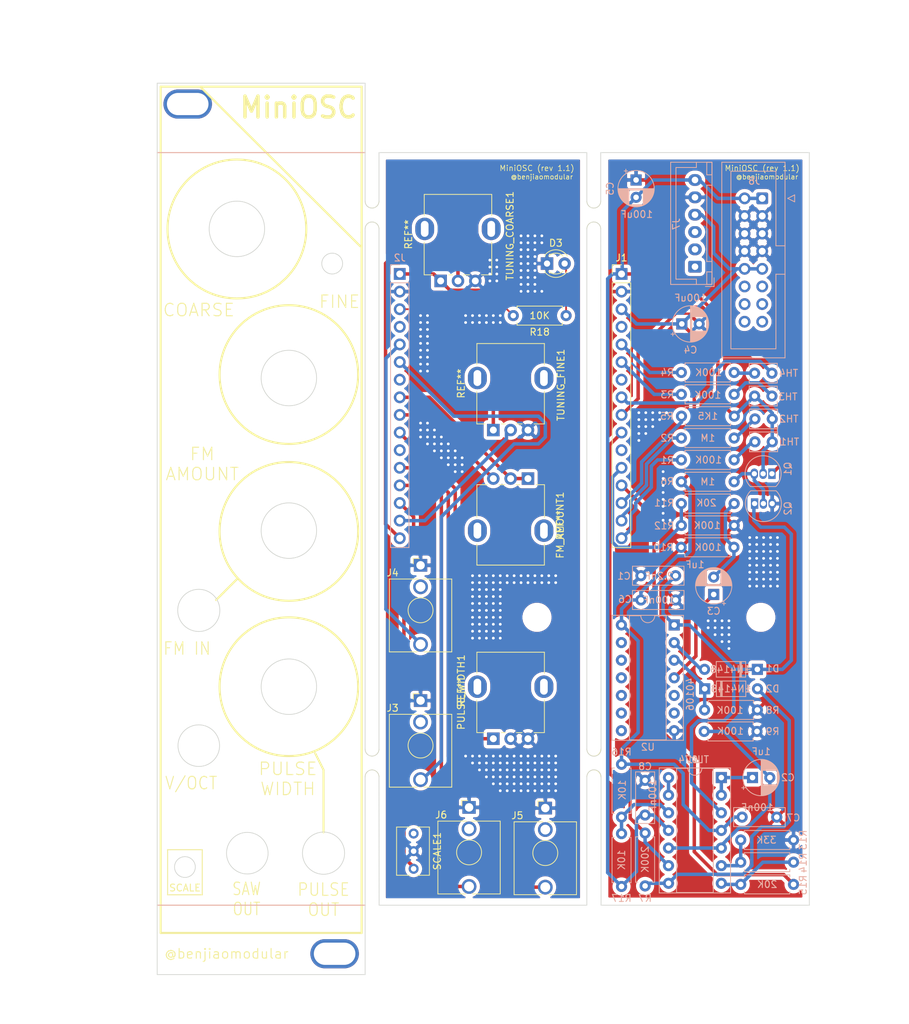
<source format=kicad_pcb>
(kicad_pcb (version 20211014) (generator pcbnew)
  (title_block (title "MiniOSC") (rev "v1.1"))
  (layers (0 "F.Cu" signal) (31 "B.Cu" signal) (34 "B.Paste" user) (35 "F.Paste" user) (36 "B.SilkS" user "B.Silkscreen") (37 "F.SilkS" user "F.Silkscreen") (38 "B.Mask" user) (39 "F.Mask" user) (44 "Edge.Cuts" user))
  (net 0 "")
  (net 1 "Earth")
  (net 2 "Net-(C1-Pad1)")
  (net 3 "Net-(C2-Pad2)")
  (net 4 "Net-(C2-Pad1)")
  (net 5 "Net-(C3-Pad1)")
  (net 6 "Net-(C3-Pad2)")
  (net 7 "+12V")
  (net 8 "-12V")
  (net 9 "Net-(D1-Pad2)")
  (net 10 "Net-(D2-Pad2)")
  (net 11 "Net-(D2-Pad1)")
  (net 12 "GND1")
  (net 13 "Net-(D3-Pad2)")
  (net 14 "/FrontPanel/FP_FM_AMT_P2")
  (net 15 "/FrontPanel/FP_FM_AMT_P3")
  (net 16 "Net-(J1-Pad16)")
  (net 17 "Net-(J1-Pad15)")
  (net 18 "SCALE")
  (net 19 "Net-(J1-Pad6)")
  (net 20 "Net-(J1-Pad5)")
  (net 21 "FP_12V_NEG")
  (net 22 "/FrontPanel/FP_12V_POS")
  (net 23 "/FrontPanel/FP_FM_IN")
  (net 24 "/FrontPanel/FP_V_OCT_IN")
  (net 25 "/FrontPanel/FP_SCALE")
  (net 26 "/FrontPanel/FP_FINE")
  (net 27 "/FrontPanel/FP_COARSE")
  (net 28 "PULSE_OUT")
  (net 29 "SAW_OUT")
  (net 30 "/FrontPanel/FP_PULSE_WIDTH")
  (net 31 "Net-(Q1-Pad3)")
  (net 32 "Net-(R1-Pad1)")
  (net 33 "Net-(R2-Pad1)")
  (net 34 "Net-(R3-Pad1)")
  (net 35 "Net-(R4-Pad1)")
  (net 36 "Net-(R13-Pad1)")
  (net 37 "Net-(R14-Pad2)")
  (net 38 "Net-(R16-Pad1)")
  (net 39 "Net-(U1-Pad13)")
  (net 40 "FM_AMT_P2")
  (net 41 "FM_AMT_P3")
  (net 42 "PULSE_WIDTH")
  (net 43 "/FrontPanel/FP_SAW_OUT")
  (net 44 "/FrontPanel/FP_PULSE_OUT")
  (net 45 "Net-(J8-Pad11)")
  (net 46 "Net-(J8-Pad13)")
  (net 47 "Net-(J8-Pad15)")
  (footprint "benjiaomodular:Potentiometer_RV09" (layer "F.Cu") (at 88.5 95 90)
    (fp_text reference "TUNING_FINE1")
    (fp_text value "100K")
  )
  (footprint "benjiaomodular:Potentiometer_RV09" (layer "F.Cu") (at 80.9 73.5 90)
    (fp_text reference "TUNING_COARSE1")
    (fp_text value "100K")
  )
  (footprint "Potentiometer_THT:Potentiometer_Bourns_3266Y_Vertical" (layer "F.Cu") (at 77 158.25 -90)
    (fp_text reference "SCALE1")
    (fp_text value "1K")
  )
  (footprint "Connector_Audio:Jack_3.5mm_QingPu_WQP-PJ398SM_Vertical_CircularHoles" (layer "F.Cu") (at 85 149.4)
    (fp_text reference "J6")
    (fp_text value "SAW_OUT")
  )
  (footprint "Connector_Audio:Jack_3.5mm_QingPu_WQP-PJ398SM_Vertical_CircularHoles" (layer "F.Cu") (at 96 149.5)
    (fp_text reference "J5")
    (fp_text value "PULSE_OUT")
  )
  (footprint "Connector_Audio:Jack_3.5mm_QingPu_WQP-PJ398SM_Vertical_CircularHoles" (layer "F.Cu") (at 78 114.5)
    (fp_text reference "J4")
    (fp_text value "FM_IN")
  )
  (footprint "Connector_Audio:Jack_3.5mm_QingPu_WQP-PJ398SM_Vertical_CircularHoles" (layer "F.Cu") (at 78 134)
    (fp_text reference "J3")
    (fp_text value "V_OCT_IN")
  )
  (footprint "benjiaomodular:Potentiometer_RV09" (layer "F.Cu") (at 93.5 102 -90)
    (fp_text reference "FM_AMOUNT1")
    (fp_text value "1M")
  )
  (footprint "benjiaomodular:Potentiometer_RV09" (layer "F.Cu") (at 88.5 139.5 90)
    (fp_text reference "PULSE_WIDTH1")
    (fp_text value "100K")
  )
  (footprint "LED_THT:LED_D3.0mm" (layer "F.Cu") (at 96.25 71)
    (fp_text reference "D3")
    (fp_text value "LED")
  )
  (footprint "Resistor_THT:R_Axial_DIN0207_L6.3mm_D2.5mm_P7.62mm_Horizontal" (layer "F.Cu") (at 99 78.5 180)
    (fp_text reference "R18")
    (fp_text value "10K")
  )
  (footprint "Connector_PinHeader_2.54mm:PinHeader_1x16_P2.54mm_Vertical" (layer "F.Cu") (at 107 72.5)
    (fp_text reference "J1")
    (fp_text value "Conn_01x16_Female")
  )
  (footprint "Panelization:mouse-bite-2mm-slot" (layer "F.Cu") (at 71 64 90)
    (fp_text reference "mouse-bite-2mm-slot" hide)
    (fp_text value "VAL**" hide)
  )
  (footprint "MountingHole:MountingHole_3.2mm_M3" (layer "F.Cu") (at 127.1 122)
    (fp_text reference "REF**" hide)
    (fp_text value "MountingHole_3.2mm_M3")
  )
  (footprint "MountingHole:MountingHole_3.2mm_M3" (layer "F.Cu") (at 94.8 122)
    (fp_text reference "REF**" hide)
    (fp_text value "MountingHole_3.2mm_M3")
  )
  (footprint "Panelization:mouse-bite-2mm-slot" (layer "F.Cu") (at 71 143 90)
    (fp_text reference "mouse-bite-2mm-slot" hide)
    (fp_text value "VAL**" hide)
  )
  (footprint "Panelization:mouse-bite-2mm-slot" (layer "F.Cu") (at 103 143 90)
    (fp_text reference "mouse-bite-2mm-slot" hide)
    (fp_text value "VAL**" hide)
  )
  (footprint "benjiaomodular:MountingHole_M3" (layer "F.Cu") (at 44.4 48)
    (fp_text reference "REF**")
    (fp_text value "MountingHole_M3")
  )
  (footprint "benjiaomodular:MountingHole_M3" (layer "F.Cu") (at 65.6 170.5)
    (fp_text reference "REF**")
    (fp_text value "MountingHole_M3")
  )
  (footprint "Panelization:mouse-bite-2mm-slot" (layer "F.Cu") (at 103 64 90)
    (fp_text reference "mouse-bite-2mm-slot" hide)
    (fp_text value "VAL**" hide)
  )
  (footprint "Capacitor_THT:C_Rect_L7.2mm_W2.5mm_P5.00mm_FKS2_FKP2_MKS2_MKP2" (layer "B.Cu") (at 124.4 150.8)
    (fp_text reference "C7")
    (fp_text value "100nF")
  )
  (footprint "Connector_PinSocket_2.54mm:PinSocket_1x16_P2.54mm_Vertical" (layer "B.Cu") (at 75 72.5 180)
    (fp_text reference "J2")
    (fp_text value "Conn_01x16_Male")
  )
  (footprint "Capacitor_THT:C_Rect_L7.2mm_W2.5mm_P5.00mm_FKS2_FKP2_MKS2_MKP2" (layer "B.Cu") (at 109.8 119.5)
    (fp_text reference "C6")
    (fp_text value "100nF")
  )
  (footprint "Resistor_THT:R_Axial_DIN0207_L6.3mm_D2.5mm_P7.62mm_Horizontal" (layer "B.Cu") (at 110.4 153.1 -90)
    (fp_text reference "R7")
    (fp_text value "200K")
  )
  (footprint "Capacitor_THT:C_Disc_D3.8mm_W2.6mm_P2.50mm" (layer "B.Cu") (at 128.7 86.8 180)
    (fp_text reference "TH4")
    (fp_text value "10K NTC")
  )
  (footprint "Connector_IDC:IDC-Header_2x08_P2.54mm_Vertical" (layer "B.Cu") (at 127.3 61.6 180)
    (fp_text reference "J8")
    (fp_text value "IDC_BUS")
  )
  (footprint "Resistor_THT:R_Axial_DIN0207_L6.3mm_D2.5mm_P7.62mm_Horizontal" (layer "B.Cu") (at 123.25 105.6 180)
    (fp_text reference "R11")
    (fp_text value "20K")
  )
  (footprint "Capacitor_THT:CP_Radial_D5.0mm_P2.50mm" (layer "B.Cu") (at 125.9 145.1)
    (fp_text reference "C2")
    (fp_text value "1uF")
  )
  (footprint "Resistor_THT:R_Axial_DIN0207_L6.3mm_D2.5mm_P7.62mm_Horizontal" (layer "B.Cu") (at 123.25 99.3 180)
    (fp_text reference "R1")
    (fp_text value "100K")
  )
  (footprint "Resistor_THT:R_Axial_DIN0207_L6.3mm_D2.5mm_P7.62mm_Horizontal" (layer "B.Cu") (at 124.2 157.3)
    (fp_text reference "R14")
    (fp_text value "100K")
  )
  (footprint "Capacitor_THT:C_Disc_D3.8mm_W2.6mm_P2.50mm" (layer "B.Cu") (at 126.2 90.1)
    (fp_text reference "TH3")
    (fp_text value "10K NTC")
  )
  (footprint "Connector_JST:JST_XH_B6B-XH-A_1x06_P2.50mm_Vertical" (layer "B.Cu") (at 117.6 71.45 90)
    (fp_text reference "J7")
    (fp_text value "JST_BUS")
  )
  (footprint "Resistor_THT:R_Axial_DIN0207_L6.3mm_D2.5mm_P7.62mm_Horizontal" (layer "B.Cu") (at 123.25 96.15 180)
    (fp_text reference "R2")
    (fp_text value "1M")
  )
  (footprint "Package_DIP:DIP-14_W7.62mm_Socket" (layer "B.Cu") (at 121.4 145.1 180)
    (fp_text reference "U1")
    (fp_text value "TL074")
  )
  (footprint "Capacitor_THT:C_Rect_L7.2mm_W2.5mm_P5.00mm_FKS2_FKP2_MKS2_MKP2" (layer "B.Cu") (at 114.8 116 180)
    (fp_text reference "C1")
    (fp_text value "2.2nF")
  )
  (footprint "Resistor_THT:R_Axial_DIN0207_L6.3mm_D2.5mm_P7.62mm_Horizontal" (layer "B.Cu") (at 126.6 135.35 180)
    (fp_text reference "R8")
    (fp_text value "100K")
  )
  (footprint "Resistor_THT:R_Axial_DIN0207_L6.3mm_D2.5mm_P7.62mm_Horizontal" (layer "B.Cu") (at 123.25 102.45 180)
    (fp_text reference "R6")
    (fp_text value "1M")
  )
  (footprint "Capacitor_THT:CP_Radial_D5.0mm_P2.50mm" (layer "B.Cu") (at 120.3 118.7 90)
    (fp_text reference "C3")
    (fp_text value "1uF")
  )
  (footprint "Package_DIP:DIP-14_W7.62mm_Socket" (layer "B.Cu") (at 114.6 123.1 180)
    (fp_text reference "U2")
    (fp_text value "40106")
  )
  (footprint "Resistor_THT:R_Axial_DIN0207_L6.3mm_D2.5mm_P7.62mm_Horizontal" (layer "B.Cu") (at 115.65 93)
    (fp_text reference "R5")
    (fp_text value "1K5")
  )
  (footprint "Resistor_THT:R_Axial_DIN0207_L6.3mm_D2.5mm_P7.62mm_Horizontal" (layer "B.Cu") (at 107 150.8 90)
    (fp_text reference "R16")
    (fp_text value "10K")
  )
  (footprint "Package_TO_SOT_THT:TO-92_Inline" (layer "B.Cu") (at 128.7 101.3 180)
    (fp_text reference "Q1")
    (fp_text value "BC558")
  )
  (footprint "Resistor_THT:R_Axial_DIN0207_L6.3mm_D2.5mm_P7.62mm_Horizontal" (layer "B.Cu") (at 123.25 89.85 180)
    (fp_text reference "R3")
    (fp_text value "100K")
  )
  (footprint "Resistor_THT:R_Axial_DIN0207_L6.3mm_D2.5mm_P7.62mm_Horizontal" (layer "B.Cu") (at 124.2 154.1)
    (fp_text reference "R13")
    (fp_text value "33K")
  )
  (footprint "Capacitor_THT:C_Disc_D3.8mm_W2.6mm_P2.50mm" (layer "B.Cu") (at 128.75 96.7 180)
    (fp_text reference "TH1")
    (fp_text value "10K NTC")
  )
  (footprint "Resistor_THT:R_Axial_DIN0207_L6.3mm_D2.5mm_P7.62mm_Horizontal" (layer "B.Cu") (at 123.25 86.7 180)
    (fp_text reference "R4")
    (fp_text value "100K")
  )
  (footprint "Capacitor_THT:C_Disc_D3.8mm_W2.6mm_P2.50mm" (layer "B.Cu") (at 128.75 93.4 180)
    (fp_text reference "TH2")
    (fp_text value "10K NTC")
  )
  (footprint "Package_TO_SOT_THT:TO-92_Inline" (layer "B.Cu") (at 126.2 105.6)
    (fp_text reference "Q2")
    (fp_text value "BC548")
  )
  (footprint "Capacitor_THT:CP_Radial_D5.0mm_P2.50mm" (layer "B.Cu") (at 115.7 79.7)
    (fp_text reference "C4")
    (fp_text value "100uF")
  )
  (footprint "Capacitor_THT:CP_Radial_D5.0mm_P2.50mm" (layer "B.Cu") (at 109.1 58.95 -90)
    (fp_text reference "C5")
    (fp_text value "100uF")
  )
  (footprint "Resistor_THT:R_Axial_DIN0207_L6.3mm_D2.5mm_P7.62mm_Horizontal" (layer "B.Cu") (at 115.6 111.9)
    (fp_text reference "R10")
    (fp_text value "100K")
  )
  (footprint "Resistor_THT:R_Axial_DIN0207_L6.3mm_D2.5mm_P7.62mm_Horizontal" (layer "B.Cu") (at 126.55 138.45 180)
    (fp_text reference "R9")
    (fp_text value "100K")
  )
  (footprint "Diode_THT:D_DO-35_SOD27_P7.62mm_Horizontal" (layer "B.Cu") (at 119 132.3)
    (fp_text reference "D2")
    (fp_text value "1N4148")
  )
  (footprint "Resistor_THT:R_Axial_DIN0207_L6.3mm_D2.5mm_P7.62mm_Horizontal" (layer "B.Cu") (at 123.25 108.75 180)
    (fp_text reference "R12")
    (fp_text value "100K")
  )
  (footprint "Capacitor_THT:C_Rect_L7.2mm_W2.5mm_P5.00mm_FKS2_FKP2_MKS2_MKP2" (layer "B.Cu") (at 110.4 145.5 -90)
    (fp_text reference "C8")
    (fp_text value "100nF")
  )
  (footprint "Resistor_THT:R_Axial_DIN0207_L6.3mm_D2.5mm_P7.62mm_Horizontal" (layer "B.Cu") (at 107 160.8 90)
    (fp_text reference "R17")
    (fp_text value "10K")
  )
  (footprint "Resistor_THT:R_Axial_DIN0207_L6.3mm_D2.5mm_P7.62mm_Horizontal" (layer "B.Cu") (at 124.2 160.5)
    (fp_text reference "R15")
    (fp_text value "20K")
  )
  (footprint "Diode_THT:D_DO-35_SOD27_P7.62mm_Horizontal" (layer "B.Cu") (at 126.6 129.5 180)
    (fp_text reference "D1")
    (fp_text value "1N4148")
  )
  (gr_line (start 70 55) (end 40 55) (layer "B.SilkS") (width 0.15))
  (gr_line (start 40 163.5) (end 70 163.5) (layer "B.SilkS") (width 0.15))
  (gr_line (start 48.5 119.5) (end 51.5 116.5) (layer "F.SilkS") (width 0.3))
  (gr_line (start 69.5 167.5) (end 69.5 66.5) (layer "F.SilkS") (width 0.3))
  (gr_line (start 69.5 45.5) (end 69.5 66.5) (layer "F.SilkS") (width 0.3))
  (gr_line (start 40.5 167.5) (end 69.5 167.5) (layer "F.SilkS") (width 0.3))
  (gr_line (start 40.5 45.5) (end 40.5 167.5) (layer "F.SilkS") (width 0.3))
  (gr_line (start 64 153) (end 64 144) (layer "F.SilkS") (width 0.3))
  (gr_circle (center 59 132) (end 69 132) (layer "F.SilkS") (width 0.3) (fill none))
  (gr_line (start 46.3 45.6) (end 69.3 68.5) (layer "F.SilkS") (width 0.3))
  (gr_circle (center 51.5 66.012492) (end 61.512492 66.012492) (layer "F.SilkS") (width 0.3) (fill none))
  (gr_circle (center 59 87) (end 69 87) (layer "F.SilkS") (width 0.3) (fill none))
  (gr_line (start 46.5 162) (end 41.5 162) (layer "F.SilkS") (width 0.15))
  (gr_line (start 41.5 155.5) (end 46.5 155.5) (layer "F.SilkS") (width 0.15))
  (gr_line (start 40.5 45.5) (end 69.5 45.5) (layer "F.SilkS") (width 0.3))
  (gr_line (start 46.5 155.5) (end 46.5 162) (layer "F.SilkS") (width 0.15))
  (gr_line (start 41.5 162) (end 41.5 155.5) (layer "F.SilkS") (width 0.15))
  (gr_line (start 64 144) (end 62.8 141.6) (layer "F.SilkS") (width 0.3))
  (gr_circle (center 59 109.611874) (end 69 109.5) (layer "F.SilkS") (width 0.3) (fill none))
  (gr_line (start 104 62) (end 104 55) (layer "Edge.Cuts") (width 0.1))
  (gr_line (start 72 62) (end 72 55) (layer "Edge.Cuts") (width 0.1))
  (gr_line (start 70 173.5) (end 40 173.5) (layer "Edge.Cuts") (width 0.1))
  (gr_line (start 72.025 163.5) (end 72 144.95) (layer "Edge.Cuts") (width 0.1))
  (gr_line (start 71.999261 141.038431) (end 72 66) (layer "Edge.Cuts") (width 0.1))
  (gr_line (start 69.998751 145) (end 70 173.5) (layer "Edge.Cuts") (width 0.1))
  (gr_line (start 102 141) (end 102 66) (layer "Edge.Cuts") (width 0.1))
  (gr_line (start 134.1 55) (end 122.55 55) (layer "Edge.Cuts") (width 0.1))
  (gr_line (start 122.55 163.5) (end 134.1 163.5) (layer "Edge.Cuts") (width 0.1))
  (gr_line (start 102 163.5) (end 72.025 163.5) (layer "Edge.Cuts") (width 0.1))
  (gr_line (start 70 45) (end 70 62) (layer "Edge.Cuts") (width 0.1))
  (gr_circle (center 64 156) (end 67 156.5) (layer "Edge.Cuts") (width 0.1) (fill none))
  (gr_arc (start 104.05 141) (mid 103.025 142.025) (end 102 141) (layer "Edge.Cuts") (width 0.1))
  (gr_line (start 40 45) (end 40 173.5) (layer "Edge.Cuts") (width 0.1))
  (gr_line (start 104 66) (end 104.05 141) (layer "Edge.Cuts") (width 0.1))
  (gr_line (start 72 55) (end 102 55) (layer "Edge.Cuts") (width 0.1))
  (gr_circle (center 59 87.5) (end 63 87.5) (layer "Edge.Cuts") (width 0.1) (fill none))
  (gr_circle (center 51.5 66) (end 55.5 66) (layer "Edge.Cuts") (width 0.1) (fill none))
  (gr_arc (start 102 66) (mid 103 65) (end 104 66) (layer "Edge.Cuts") (width 0.1))
  (gr_circle (center 46 140.5) (end 49 140.5) (layer "Edge.Cuts") (width 0.1) (fill none))
  (gr_circle (center 59 132) (end 63 132) (layer "Edge.Cuts") (width 0.1) (fill none))
  (gr_circle (center 44 158) (end 45.5 158) (layer "Edge.Cuts") (width 0.1) (fill none))
  (gr_line (start 40 45) (end 70 45) (layer "Edge.Cuts") (width 0.1))
  (gr_arc (start 69.998751 145) (mid 70.974992 143.999063) (end 72 144.95) (layer "Edge.Cuts") (width 0.1))
  (gr_line (start 104 55) (end 122.55 55) (layer "Edge.Cuts") (width 0.1))
  (gr_arc (start 72 62) (mid 71 63) (end 70 62) (layer "Edge.Cuts") (width 0.1))
  (gr_arc (start 71.999261 141.038431) (mid 70.980781 141.999815) (end 70 141) (layer "Edge.Cuts") (width 0.1))
  (gr_line (start 102 144.979905) (end 102 163.5) (layer "Edge.Cuts") (width 0.1))
  (gr_circle (center 59 109.5) (end 63 109.5) (layer "Edge.Cuts") (width 0.1) (fill none))
  (gr_line (start 104.05 163.5) (end 104.049803 145) (layer "Edge.Cuts") (width 0.1))
  (gr_arc (start 102 144.979905) (mid 103.034851 143.975049) (end 104.049803 145) (layer "Edge.Cuts") (width 0.1))
  (gr_line (start 122.55 163.5) (end 104.05 163.5) (layer "Edge.Cuts") (width 0.1))
  (gr_circle (center 65.25 71) (end 66.75 71) (layer "Edge.Cuts") (width 0.1) (fill none))
  (gr_line (start 70 66) (end 70 141) (layer "Edge.Cuts") (width 0.1))
  (gr_line (start 102 55) (end 102 62) (layer "Edge.Cuts") (width 0.1))
  (gr_arc (start 104 62) (mid 103 63) (end 102 62) (layer "Edge.Cuts") (width 0.1))
  (gr_circle (center 46 121) (end 49 121.5) (layer "Edge.Cuts") (width 0.1) (fill none))
  (gr_arc (start 70 66) (mid 71 65) (end 72 66) (layer "Edge.Cuts") (width 0.1))
  (gr_line (start 134.1 55) (end 134.1 163.5) (layer "Edge.Cuts") (width 0.1))
  (gr_circle (center 53 156) (end 56 156) (layer "Edge.Cuts") (width 0.1) (fill none))
  (gr_text "MiniOSC (rev 1.1)" (at 100.25 57.25) (layer "F.SilkS") (effects (font (size 0.8 0.8) (thickness 0.1)) (justify right)))
  (gr_text "MiniOSC (rev 1.1)" (at 132.75 57.25) (layer "F.SilkS") (effects (font (size 0.8 0.8) (thickness 0.1)) (justify right)))
  (gr_text "@benjiaomodular" (at 95.5 58.5) (layer "F.SilkS") (effects (font (size 0.7 0.7) (thickness 0.1))))
  (gr_text "@benjiaomodular" (at 128 58.5) (layer "F.SilkS") (effects (font (size 0.7 0.7) (thickness 0.1))))
  (gr_text "@benjiaomodular" (at 50 170.5) (layer "F.SilkS") (effects (font (size 1.4 1.4))))
  (gr_text "V/OCT" (at 44.9 145.9) (layer "F.SilkS") (effects (font (size 1.8 1.6))))
  (gr_text "FM\nAMOUNT" (at 46.5 99.9) (layer "F.SilkS") (effects (font (size 1.8 1.8))))
  (gr_text "PULSE\nOUT" (at 64 162.7) (layer "F.SilkS") (effects (font (size 1.8 1.6))))
  (gr_text "FINE" (at 66.3 76.5) (layer "F.SilkS") (effects (font (size 1.8 1.8))))
  (gr_text "PULSE\nWIDTH" (at 58.856124 145.289888) (layer "F.SilkS") (effects (font (size 1.8 1.8))))
  (gr_text "MiniOSC" (at 60.4 48.5) (layer "F.SilkS") (effects (font (size 3 2.8) (thickness 0.5))))
  (gr_text "COARSE" (at 46 77.7) (layer "F.SilkS") (effects (font (size 1.8 1.8))))
  (gr_text "SAW\nOUT" (at 52.9 162.6) (layer "F.SilkS") (effects (font (size 1.8 1.4))))
  (gr_text "FM IN" (at 44.3 126.5) (layer "F.SilkS") (effects (font (size 1.8 1.6))))
  (gr_text "SCALE" (at 44 161) (layer "F.SilkS") (effects (font (size 1 1))))
  (via (at 112.5 93.5) (size 0.8) (drill 0.4) (layers "F.Cu" "B.Cu") (net 1))
  (via (at 129.5 113.5) (size 0.8) (drill 0.4) (layers "F.Cu" "B.Cu") (net 1))
  (via (at 110.5 94.5) (size 0.8) (drill 0.4) (layers "F.Cu" "B.Cu") (net 1))
  (via (at 128.5 111.5) (size 0.8) (drill 0.4) (layers "F.Cu" "B.Cu") (net 1))
  (via (at 126.5 114.5) (size 0.8) (drill 0.4) (layers "F.Cu" "B.Cu") (net 1))
  (via (at 126.5 116.5) (size 0.8) (drill 0.4) (layers "F.Cu" "B.Cu") (net 1))
  (via (at 113.5 92.5) (size 0.8) (drill 0.4) (layers "F.Cu" "B.Cu") (net 1))
  (via (at 129.5 111.5) (size 0.8) (drill 0.4) (layers "F.Cu" "B.Cu") (net 1))
  (via (at 111.5 92.5) (size 0.8) (drill 0.4) (layers "F.Cu" "B.Cu") (net 1))
  (via (at 120.5 122.5) (size 0.8) (drill 0.4) (layers "F.Cu" "B.Cu") (net 1))
  (via (at 126.5 113.5) (size 0.8) (drill 0.4) (layers "F.Cu" "B.Cu") (net 1))
  (via (at 126.5 110.5) (size 0.8) (drill 0.4) (layers "F.Cu" "B.Cu") (net 1))
  (via (at 112.5 92.5) (size 0.8) (drill 0.4) (layers "F.Cu" "B.Cu") (net 1))
  (via (at 109.5 95.5) (size 0.8) (drill 0.4) (layers "F.Cu" "B.Cu") (net 1))
  (via (at 122.5 124.5) (size 0.8) (drill 0.4) (layers "F.Cu" "B.Cu") (net 1))
  (via (at 113 104) (size 0.8) (drill 0.4) (layers "F.Cu" "B.Cu") (net 1))
  (via (at 127.5 111.5) (size 0.8) (drill 0.4) (layers "F.Cu" "B.Cu") (net 1))
  (via (at 127.5 117.5) (size 0.8) (drill 0.4) (layers "F.Cu" "B.Cu") (net 1))
  (via (at 129.5 115.5) (size 0.8) (drill 0.4) (layers "F.Cu" "B.Cu") (net 1))
  (via (at 110.5 93.5) (size 0.8) (drill 0.4) (layers "F.Cu" "B.Cu") (net 1))
  (via (at 125.5 115.5) (size 0.8) (drill 0.4) (layers "F.Cu" "B.Cu") (net 1))
  (via (at 129.5 112.5) (size 0.8) (drill 0.4) (layers "F.Cu" "B.Cu") (net 1))
  (via (at 128.5 116.5) (size 0.8) (drill 0.4) (layers "F.Cu" "B.Cu") (net 1))
  (via (at 125.5 116.5) (size 0.8) (drill 0.4) (layers "F.Cu" "B.Cu") (net 1))
  (via (at 127.5 115.5) (size 0.8) (drill 0.4) (layers "F.Cu" "B.Cu") (net 1))
  (via (at 120.5 124.5) (size 0.8) (drill 0.4) (layers "F.Cu" "B.Cu") (net 1))
  (via (at 125.5 110.5) (size 0.8) (drill 0.4) (layers "F.Cu" "B.Cu") (net 1))
  (via (at 126.5 115.5) (size 0.8) (drill 0.4) (layers "F.Cu" "B.Cu") (net 1))
  (via (at 122.5 122.5) (size 0.8) (drill 0.4) (layers "F.Cu" "B.Cu") (net 1))
  (via (at 113 102) (size 0.8) (drill 0.4) (layers "F.Cu" "B.Cu") (net 1))
  (via (at 111.5 94.5) (size 0.8) (drill 0.4) (layers "F.Cu" "B.Cu") (net 1))
  (via (at 114 108) (size 0.8) (drill 0.4) (layers "F.Cu" "B.Cu") (net 1))
  (via (at 113 108) (size 0.8) (drill 0.4) (layers "F.Cu" "B.Cu") (net 1))
  (via (at 125.5 114.5) (size 0.8) (drill 0.4) (layers "F.Cu" "B.Cu") (net 1))
  (via (at 127.5 112.5) (size 0.8) (drill 0.4) (layers "F.Cu" "B.Cu") (net 1))
  (via (at 110.5 92.5) (size 0.8) (drill 0.4) (layers "F.Cu" "B.Cu") (net 1))
  (via (at 113 107) (size 0.8) (drill 0.4) (layers "F.Cu" "B.Cu") (net 1))
  (via (at 120.5 123.5) (size 0.8) (drill 0.4) (layers "F.Cu" "B.Cu") (net 1))
  (via (at 126.5 117.5) (size 0.8) (drill 0.4) (layers "F.Cu" "B.Cu") (net 1))
  (via (at 121.5 123.5) (size 0.8) (drill 0.4) (layers "F.Cu" "B.Cu") (net 1))
  (via (at 119.5 122.5) (size 0.8) (drill 0.4) (layers "F.Cu" "B.Cu") (net 1))
  (via (at 121.5 125.5) (size 0.8) (drill 0.4) (layers "F.Cu" "B.Cu") (net 1))
  (via (at 109.5 93.5) (size 0.8) (drill 0.4) (layers "F.Cu" "B.Cu") (net 1))
  (via (at 113 105) (size 0.8) (drill 0.4) (layers "F.Cu" "B.Cu") (net 1))
  (via (at 129.5 116.5) (size 0.8) (drill 0.4) (layers "F.Cu" "B.Cu") (net 1))
  (via (at 125.5 117.5) (size 0.8) (drill 0.4) (layers "F.Cu" "B.Cu") (net 1))
  (via (at 110.5 95.5) (size 0.8) (drill 0.4) (layers "F.Cu" "B.Cu") (net 1))
  (via (at 121.5 124.5) (size 0.8) (drill 0.4) (layers "F.Cu" "B.Cu") (net 1))
  (via (at 128.5 117.5) (size 0.8) (drill 0.4) (layers "F.Cu" "B.Cu") (net 1))
  (via (at 126.5 112.5) (size 0.8) (drill 0.4) (layers "F.Cu" "B.Cu") (net 1))
  (via (at 121.5 122.5) (size 0.8) (drill 0.4) (layers "F.Cu" "B.Cu") (net 1))
  (via (at 109.5 96.5) (size 0.8) (drill 0.4) (layers "F.Cu" "B.Cu") (net 1))
  (via (at 122.5 125.5) (size 0.8) (drill 0.4) (layers "F.Cu" "B.Cu") (net 1))
  (via (at 113 106) (size 0.8) (drill 0.4) (layers "F.Cu" "B.Cu") (net 1))
  (via (at 109.5 94.5) (size 0.8) (drill 0.4) (layers "F.Cu" "B.Cu") (net 1))
  (via (at 113 103) (size 0.8) (drill 0.4) (layers "F.Cu" "B.Cu") (net 1))
  (via (at 128.5 110.5) (size 0.8) (drill 0.4) (layers "F.Cu" "B.Cu") (net 1))
  (via (at 122.5 123.5) (size 0.8) (drill 0.4) (layers "F.Cu" "B.Cu") (net 1))
  (via (at 126.5 111.5) (size 0.8) (drill 0.4) (layers "F.Cu" "B.Cu") (net 1))
  (via (at 127.5 116.5) (size 0.8) (drill 0.4) (layers "F.Cu" "B.Cu") (net 1))
  (via (at 113 101) (size 0.8) (drill 0.4) (layers "F.Cu" "B.Cu") (net 1))
  (via (at 128.5 113.5) (size 0.8) (drill 0.4) (layers "F.Cu" "B.Cu") (net 1))
  (via (at 128.5 114.5) (size 0.8) (drill 0.4) (layers "F.Cu" "B.Cu") (net 1))
  (via (at 119.5 123.5) (size 0.8) (drill 0.4) (layers "F.Cu" "B.Cu") (net 1))
  (via (at 129.5 114.5) (size 0.8) (drill 0.4) (layers "F.Cu" "B.Cu") (net 1))
  (via (at 125.5 112.5) (size 0.8) (drill 0.4) (layers "F.Cu" "B.Cu") (net 1))
  (via (at 127.5 114.5) (size 0.8) (drill 0.4) (layers "F.Cu" "B.Cu") (net 1))
  (via (at 129.5 110.5) (size 0.8) (drill 0.4) (layers "F.Cu" "B.Cu") (net 1))
  (via (at 128.5 112.5) (size 0.8) (drill 0.4) (layers "F.Cu" "B.Cu") (net 1))
  (via (at 109.5 92.5) (size 0.8) (drill 0.4) (layers "F.Cu" "B.Cu") (net 1))
  (via (at 111.5 93.5) (size 0.8) (drill 0.4) (layers "F.Cu" "B.Cu") (net 1))
  (via (at 125.5 111.5) (size 0.8) (drill 0.4) (layers "F.Cu" "B.Cu") (net 1))
  (via (at 128.5 115.5) (size 0.8) (drill 0.4) (layers "F.Cu" "B.Cu") (net 1))
  (via (at 122.5 126.5) (size 0.8) (drill 0.4) (layers "F.Cu" "B.Cu") (net 1))
  (via (at 127.5 113.5) (size 0.8) (drill 0.4) (layers "F.Cu" "B.Cu") (net 1))
  (via (at 125.5 113.5) (size 0.8) (drill 0.4) (layers "F.Cu" "B.Cu") (net 1))
  (via (at 129.5 117.5) (size 0.8) (drill 0.4) (layers "F.Cu" "B.Cu") (net 1))
  (via (at 127.5 110.5) (size 0.8) (drill 0.4) (layers "F.Cu" "B.Cu") (net 1))
  (segment (start 118.1 136.9) (end 121.8 136.9) (width 0.5) (layer "B.Cu") (net 2))
  (segment (start 121.4 150.18) (end 117.1 145.88) (width 0.5) (layer "B.Cu") (net 2))
  (segment (start 114.8 116) (end 113 117.8) (width 0.5) (layer "B.Cu") (net 2))
  (segment (start 117.1 145.88) (end 117.1 137.9) (width 0.5) (layer "B.Cu") (net 2))
  (segment (start 131.5 128.2) (end 130.2 129.5) (width 0.5) (layer "B.Cu") (net 2))
  (segment (start 116.8 123.1) (end 114.6 123.1) (width 0.5) (layer "B.Cu") (net 2))
  (segment (start 126.1 105.7) (end 126.1 108) (width 0.5) (layer "B.Cu") (net 2))
  (segment (start 126.1 108) (end 127.1 109) (width 0.5) (layer "B.Cu") (net 2))
  (segment (start 113 117.8) (end 113 121.5) (width 0.5) (layer "B.Cu") (net 2))
  (segment (start 123.2 135.5) (end 123.2 129.5) (width 0.5) (layer "B.Cu") (net 2))
  (segment (start 130.5 109) (end 131.5 110) (width 0.5) (layer "B.Cu") (net 2))
  (segment (start 130.2 129.5) (end 126.6 129.5) (width 0.5) (layer "B.Cu") (net 2))
  (segment (start 126.6 129.5) (end 123.2 129.5) (width 0.5) (layer "B.Cu") (net 2))
  (segment (start 131.5 110) (end 131.5 128.2) (width 0.5) (layer "B.Cu") (net 2))
  (segment (start 117.1 137.9) (end 118.1 136.9) (width 0.5) (layer "B.Cu") (net 2))
  (segment (start 121.8 136.9) (end 123.2 135.5) (width 0.5) (layer "B.Cu") (net 2))
  (segment (start 127.1 109) (end 130.5 109) (width 0.5) (layer "B.Cu") (net 2))
  (segment (start 113 121.5) (end 114.6 123.1) (width 0.5) (layer "B.Cu") (net 2))
  (segment (start 123.2 129.5) (end 116.8 123.1) (width 0.5) (layer "B.Cu") (net 2))
  (segment (start 126.2 105.6) (end 126.1 105.7) (width 0.5) (layer "B.Cu") (net 2))
  (segment (start 128.4 149.1) (end 125.2 152.3) (width 0.5) (layer "B.Cu") (net 3))
  (segment (start 121.75 138.45) (end 118.93 138.45) (width 0.5) (layer "B.Cu") (net 3))
  (segment (start 124 152.3) (end 121.4 154.9) (width 0.5) (layer "B.Cu") (net 3))
  (segment (start 128.4 145.1) (end 128.4 149.1) (width 0.5) (layer "B.Cu") (net 3))
  (segment (start 128.4 145.1) (end 121.75 138.45) (width 0.5) (layer "B.Cu") (net 3))
  (segment (start 113.78 155.26) (end 121.4 155.26) (width 0.5) (layer "B.Cu") (net 3))
  (segment (start 125.2 152.3) (end 124 152.3) (width 0.5) (layer "B.Cu") (net 3))
  (segment (start 121.4 154.9) (end 121.4 155.26) (width 0.5) (layer "B.Cu") (net 3))
  (segment (start 121.4 145.1) (end 121.4 147.64) (width 0.5) (layer "B.Cu") (net 4))
  (segment (start 125.9 145.1) (end 121.4 145.1) (width 0.5) (layer "B.Cu") (net 4))
  (segment (start 117.729999 127.590001) (end 114.6 130.72) (width 0.5) (layer "F.Cu") (net 5))
  (segment (start 120.3 118.7) (end 117.729999 121.270001) (width 0.5) (layer "F.Cu") (net 5))
  (segment (start 114.68 130.72) (end 114.6 130.72) (width 0.5) (layer "F.Cu") (net 5))
  (segment (start 117.729999 121.270001) (end 117.729999 127.590001) (width 0.5) (layer "F.Cu") (net 5))
  (segment (start 121.999999 106.850001) (end 121.999999 110.679999) (width 0.5) (layer "B.Cu") (net 6))
  (segment (start 123.22 111.9) (end 123.22 113.28) (width 0.5) (layer "B.Cu") (net 6))
  (segment (start 123.22 113.28) (end 120.3 116.2) (width 0.5) (layer "B.Cu") (net 6))
  (segment (start 123.25 105.6) (end 121.999999 106.850001) (width 0.5) (layer "B.Cu") (net 6))
  (segment (start 121.999999 110.679999) (end 123.22 111.9) (width 0.5) (layer "B.Cu") (net 6))
  (segment (start 115.7 79.7) (end 117.5 81.5) (width 0.5) (layer "F.Cu") (net 7))
  (segment (start 117.5 100.58) (end 115.63 102.45) (width 0.5) (layer "F.Cu") (net 7))
  (segment (start 117.5 81.5) (end 117.5 100.58) (width 0.5) (layer "F.Cu") (net 7))
  (segment (start 116.880001 103.700001) (end 115.63 102.45) (width 0.5) (layer "B.Cu") (net 7))
  (segment (start 124.4 150.8) (end 123.32 150.8) (width 0.5) (layer "B.Cu") (net 7))
  (segment (start 119.62 152.72) (end 121.4 152.72) (width 0.5) (layer "B.Cu") (net 7))
  (segment (start 120.3 69.5) (end 122.56 71.76) (width 0.5) (layer "B.Cu") (net 7))
  (segment (start 109.8 119.5) (end 109.8 118.36863) (width 0.5) (layer "B.Cu") (net 7))
  (segment (start 114.58 143.18) (end 115.9 144.5) (width 0.5) (layer "B.Cu") (net 7))
  (segment (start 123.32 150.8) (end 121.4 152.72) (width 0.5) (layer "B.Cu") (net 7))
  (segment (start 109.8 119.5) (end 108.3 119.5) (width 0.5) (layer "B.Cu") (net 7))
  (segment (start 107.1 123.1) (end 106.98 123.1) (width 0.5) (layer "B.Cu") (net 7))
  (segment (start 116.880001 112.470001) (end 116.880001 103.700001) (width 0.5) (layer "B.Cu") (net 7))
  (segment (start 109.4 125.4) (end 107.1 123.1) (width 0.5) (layer "B.Cu") (net 7))
  (segment (start 123.64 71.76) (end 115.7 79.7) (width 0.5) (layer "B.Cu") (net 7))
  (segment (start 115.9 144.5) (end 115.9 149) (width 0.5) (layer "B.Cu") (net 7))
  (segment (start 109.8 118.36863) (end 115.018629 113.150001) (width 0.5) (layer "B.Cu") (net 7))
  (segment (start 118.55 63.95) (end 120.3 65.7) (width 0.5) (layer "B.Cu") (net 7))
  (segment (start 115.018629 113.150001) (end 116.200001 113.150001) (width 0.5) (layer "B.Cu") (net 7))
  (segment (start 117.6 63.95) (end 118.55 63.95) (width 0.5) (layer "B.Cu") (net 7))
  (segment (start 107 143.18) (end 107 141) (width 0.5) (layer "B.Cu") (net 7))
  (segment (start 122.56 71.76) (end 123.64 71.76) (width 0.5) (layer "B.Cu") (net 7))
  (segment (start 107 123.08) (end 106.98 123.1) (width 0.5) (layer "B.Cu") (net 7))
  (segment (start 108.3 119.5) (end 107 120.8) (width 0.5) (layer "B.Cu") (net 7))
  (segment (start 107 141) (end 109.4 138.6) (width 0.5) (layer "B.Cu") (net 7))
  (segment (start 115.7 79.7) (end 109.17 79.7) (width 0.5) (layer "B.Cu") (net 7))
  (segment (start 107 120.8) (end 107 123.08) (width 0.5) (layer "B.Cu") (net 7))
  (segment (start 127.3 71.76) (end 124.76 71.76) (width 0.5) (layer "B.Cu") (net 7))
  (segment (start 115.9 149) (end 119.62 152.72) (width 0.5) (layer "B.Cu") (net 7))
  (segment (start 107 143.18) (end 114.58 143.18) (width 0.5) (layer "B.Cu") (net 7))
  (segment (start 116.200001 113.150001) (end 116.880001 112.470001) (width 0.5) (layer "B.Cu") (net 7))
  (segment (start 120.3 65.7) (end 120.3 69.5) (width 0.5) (layer "B.Cu") (net 7))
  (segment (start 109.4 138.6) (end 109.4 125.4) (width 0.5) (layer "B.Cu") (net 7))
  (segment (start 109.17 79.7) (end 107.05 77.58) (width 0.5) (layer "B.Cu") (net 7))
  (segment (start 124.76 71.76) (end 123.64 71.76) (width 0.5) (layer "B.Cu") (net 7))
  (segment (start 130.2 85.8) (end 128.3 83.9) (width 0.5) (layer "F.Cu") (net 8))
  (segment (start 130.2 99.8) (end 130.2 85.8) (width 0.5) (layer "F.Cu") (net 8))
  (segment (start 128.7 101.3) (end 130.2 99.8) (width 0.5) (layer "F.Cu") (net 8))
  (segment (start 126.289962 83.9) (end 114.889962 72.5) (width 0.5) (layer "F.Cu") (net 8))
  (segment (start 128.3 83.9) (end 126.289962 83.9) (width 0.5) (layer "F.Cu") (net 8))
  (segment (start 114.889962 72.5) (end 107.05 72.5) (width 0.5) (layer "F.Cu") (net 8))
  (segment (start 105.7 72.5) (end 107.05 72.5) (width 0.5) (layer "B.Cu") (net 8))
  (segment (start 127.3 61.6) (end 124.76 61.6) (width 0.5) (layer "B.Cu") (net 8))
  (segment (start 110.4 150.5) (end 109.8 150.5) (width 0.5) (layer "B.Cu") (net 8))
  (segment (start 111.6 150.5) (end 110.4 150.5) (width 0.5) (layer "B.Cu") (net 8))
  (segment (start 107.1 72.45) (end 107.05 72.5) (width 0.5) (layer "B.Cu") (net 8))
  (segment (start 120.9 61.6) (end 118.25 58.95) (width 0.5) (layer "B.Cu") (net 8))
  (segment (start 107.1 63.45) (end 107.1 72.45) (width 0.5) (layer "B.Cu") (net 8))
  (segment (start 104.999989 73.200011) (end 105.7 72.5) (width 0.5) (layer "B.Cu") (net 8))
  (segment (start 118.25 58.95) (end 117.6 58.95) (width 0.5) (layer "B.Cu") (net 8))
  (segment (start 107 160.8) (end 104.999989 158.799989) (width 0.5) (layer "B.Cu") (net 8))
  (segment (start 104.999989 158.799989) (end 104.999989 73.200011) (width 0.5) (layer "B.Cu") (net 8))
  (segment (start 113.78 152.68) (end 111.6 150.5) (width 0.5) (layer "B.Cu") (net 8))
  (segment (start 109.1 61.45) (end 107.1 63.45) (width 0.5) (layer "B.Cu") (net 8))
  (segment (start 113.78 152.72) (end 113.78 152.68) (width 0.5) (layer "B.Cu") (net 8))
  (segment (start 109.149999 158.650001) (end 107 160.8) (width 0.5) (layer "B.Cu") (net 8))
  (segment (start 124.76 61.6) (end 120.9 61.6) (width 0.5) (layer "B.Cu") (net 8))
  (segment (start 117.6 58.95) (end 111.6 58.95) (width 0.5) (layer "B.Cu") (net 8))
  (segment (start 109.8 150.5) (end 109.149999 151.150001) (width 0.5) (layer "B.Cu") (net 8))
  (segment (start 109.149999 151.150001) (end 109.149999 158.650001) (width 0.5) (layer "B.Cu") (net 8))
  (segment (start 111.6 58.95) (end 109.1 61.45) (width 0.5) (layer "B.Cu") (net 8))
  (segment (start 118.46 129.5) (end 118.98 129.5) (width 0.5) (layer "B.Cu") (net 9))
  (segment (start 114.6 125.64) (end 118.46 129.5) (width 0.5) (layer "B.Cu") (net 9))
  (segment (start 131.2 151.4) (end 130.4 152.2) (width 0.5) (layer "B.Cu") (net 10))
  (segment (start 124.549999 159.050001) (end 115.069999 159.050001) (width 0.5) (layer "B.Cu") (net 10))
  (segment (start 125.8 153.6) (end 125.8 157.8) (width 0.5) (layer "B.Cu") (net 10))
  (segment (start 127.2 152.2) (end 125.8 153.6) (width 0.5) (layer "B.Cu") (net 10))
  (segment (start 113.78 160.34) (end 110.78 160.34) (width 0.5) (layer "B.Cu") (net 10))
  (segment (start 130.4 152.2) (end 127.2 152.2) (width 0.5) (layer "B.Cu") (net 10))
  (segment (start 115.069999 159.050001) (end 113.78 160.34) (width 0.5) (layer "B.Cu") (net 10))
  (segment (start 126.62 132.3) (end 131.2 136.88) (width 0.5) (layer "B.Cu") (net 10))
  (segment (start 110.78 160.34) (end 110.4 160.72) (width 0.5) (layer "B.Cu") (net 10))
  (segment (start 131.2 136.88) (end 131.2 151.4) (width 0.5) (layer "B.Cu") (net 10))
  (segment (start 125.8 157.8) (end 124.549999 159.050001) (width 0.5) (layer "B.Cu") (net 10))
  (segment (start 119 132.3) (end 119 132) (width 0.5) (layer "B.Cu") (net 11))
  (segment (start 115.18 128.18) (end 114.6 128.18) (width 0.5) (layer "B.Cu") (net 11))
  (segment (start 119 132.3) (end 119 135.33) (width 0.5) (layer "B.Cu") (net 11))
  (segment (start 119 135.33) (end 118.98 135.35) (width 0.5) (layer "B.Cu") (net 11))
  (segment (start 119 132) (end 115.18 128.18) (width 0.5) (layer "B.Cu") (net 11))
  (via (at 78 81.5) (size 0.8) (drill 0.4) (layers "F.Cu" "B.Cu") (net 12))
  (via (at 86.5 79.5) (size 0.8) (drill 0.4) (layers "F.Cu" "B.Cu") (net 12))
  (via (at 79 82.5) (size 0.8) (drill 0.4) (layers "F.Cu" "B.Cu") (net 12))
  (via (at 89.5 120) (size 0.8) (drill 0.4) (layers "F.Cu" "B.Cu") (net 12))
  (via (at 93.5 116) (size 0.8) (drill 0.4) (layers "F.Cu" "B.Cu") (net 12))
  (via (at 88.5 125) (size 0.8) (drill 0.4) (layers "F.Cu" "B.Cu") (net 12))
  (via (at 95.5 116) (size 0.8) (drill 0.4) (layers "F.Cu" "B.Cu") (net 12))
  (via (at 83 99) (size 0.8) (drill 0.4) (layers "F.Cu" "B.Cu") (net 12))
  (via (at 81 99) (size 0.8) (drill 0.4) (layers "F.Cu" "B.Cu") (net 12))
  (via (at 94.5 116) (size 0.8) (drill 0.4) (layers "F.Cu" "B.Cu") (net 12))
  (via (at 93.5 146) (size 0.8) (drill 0.4) (layers "F.Cu" "B.Cu") (net 12))
  (via (at 92.5 70) (size 0.8) (drill 0.4) (layers "F.Cu" "B.Cu") (net 12))
  (via (at 94.5 147) (size 0.8) (drill 0.4) (layers "F.Cu" "B.Cu") (net 12))
  (via (at 93.5 68) (size 0.8) (drill 0.4) (layers "F.Cu" "B.Cu") (net 12))
  (via (at 94.5 70) (size 0.8) (drill 0.4) (layers "F.Cu" "B.Cu") (net 12))
  (via (at 93.5 144) (size 0.8) (drill 0.4) (layers "F.Cu" "B.Cu") (net 12))
  (via (at 86.5 118) (size 0.8) (drill 0.4) (layers "F.Cu" "B.Cu") (net 12))
  (via (at 97.5 147) (size 0.8) (drill 0.4) (layers "F.Cu" "B.Cu") (net 12))
  (via (at 93.5 75) (size 0.8) (drill 0.4) (layers "F.Cu" "B.Cu") (net 12))
  (via (at 92.5 142) (size 0.8) (drill 0.4) (layers "F.Cu" "B.Cu") (net 12))
  (via (at 92.5 75) (size 0.8) (drill 0.4) (layers "F.Cu" "B.Cu") (net 12))
  (via (at 88.5 117) (size 0.8) (drill 0.4) (layers "F.Cu" "B.Cu") (net 12))
  (via (at 97.5 117) (size 0.8) (drill 0.4) (layers "F.Cu" "B.Cu") (net 12))
  (via (at 96.5 117) (size 0.8) (drill 0.4) (layers "F.Cu" "B.Cu") (net 12))
  (via (at 86.5 116) (size 0.8) (drill 0.4) (layers "F.Cu" "B.Cu") (net 12))
  (via (at 80 97) (size 0.8) (drill 0.4) (layers "F.Cu" "B.Cu") (net 12))
  (via (at 92.5 147) (size 0.8) (drill 0.4) (layers "F.Cu" "B.Cu") (net 12))
  (via (at 94.5 146) (size 0.8) (drill 0.4) (layers "F.Cu" "B.Cu") (net 12))
  (via (at 93.5 72) (size 0.8) (drill 0.4) (layers "F.Cu" "B.Cu") (net 12))
  (via (at 82 99) (size 0.8) (drill 0.4) (layers "F.Cu" "B.Cu") (net 12))
  (via (at 89.5 118) (size 0.8) (drill 0.4) (layers "F.Cu" "B.Cu") (net 12))
  (via (at 94.5 73) (size 0.8) (drill 0.4) (layers "F.Cu" "B.Cu") (net 12))
  (via (at 90.5 147) (size 0.8) (drill 0.4) (layers "F.Cu" "B.Cu") (net 12))
  (via (at 79 81.5) (size 0.8) (drill 0.4) (layers "F.Cu" "B.Cu") (net 12))
  (via (at 78 96) (size 0.8) (drill 0.4) (layers "F.Cu" "B.Cu") (net 12))
  (via (at 83 98) (size 0.8) (drill 0.4) (layers "F.Cu" "B.Cu") (net 12))
  (via (at 86.5 142) (size 0.8) (drill 0.4) (layers "F.Cu" "B.Cu") (net 12))
  (via (at 81 98) (size 0.8) (drill 0.4) (layers "F.Cu" "B.Cu") (net 12))
  (via (at 89.5 124) (size 0.8) (drill 0.4) (layers "F.Cu" "B.Cu") (net 12))
  (via (at 87.5 120) (size 0.8) (drill 0.4) (layers "F.Cu" "B.Cu") (net 12))
  (via (at 89.5 116) (size 0.8) (drill 0.4) (layers "F.Cu" "B.Cu") (net 12))
  (via (at 87.5 144) (size 0.8) (drill 0.4) (layers "F.Cu" "B.Cu") (net 12))
  (via (at 78 78.5) (size 0.8) (drill 0.4) (layers "F.Cu" "B.Cu") (net 12))
  (via (at 86.5 122) (size 0.8) (drill 0.4) (layers "F.Cu" "B.Cu") (net 12))
  (via (at 78 84.5) (size 0.8) (drill 0.4) (layers "F.Cu" "B.Cu") (net 12))
  (via (at 96.5 145) (size 0.8) (drill 0.4) (layers "F.Cu" "B.Cu") (net 12))
  (via (at 85.5 116) (size 0.8) (drill 0.4) (layers "F.Cu" "B.Cu") (net 12))
  (via (at 93.5 117) (size 0.8) (drill 0.4) (layers "F.Cu" "B.Cu") (net 12))
  (via (at 92.5 71) (size 0.8) (drill 0.4) (layers "F.Cu" "B.Cu") (net 12))
  (via (at 94.5 142) (size 0.8) (drill 0.4) (layers "F.Cu" "B.Cu") (net 12))
  (via (at 91.5 142) (size 0.8) (drill 0.4) (layers "F.Cu" "B.Cu") (net 12))
  (via (at 85.5 120) (size 0.8) (drill 0.4) (layers "F.Cu" "B.Cu") (net 12))
  (via (at 85.5 121) (size 0.8) (drill 0.4) (layers "F.Cu" "B.Cu") (net 12))
  (via (at 95.5 117) (size 0.8) (drill 0.4) (layers "F.Cu" "B.Cu") (net 12))
  (via (at 81 96) (size 0.8) (drill 0.4) (layers "F.Cu" "B.Cu") (net 12))
  (via (at 85.5 118) (size 0.8) (drill 0.4) (layers "F.Cu" "B.Cu") (net 12))
  (via (at 86.5 124) (size 0.8) (drill 0.4) (layers "F.Cu" "B.Cu") (net 12))
  (via (at 79 86.5) (size 0.8) (drill 0.4) (layers "F.Cu" "B.Cu") (net 12))
  (via (at 95.5 144) (size 0.8) (drill 0.4) (layers "F.Cu" "B.Cu") (net 12))
  (via (at 89 72.5) (size 0.8) (drill 0.4) (layers "F.Cu" "B.Cu") (net 12))
  (via (at 85.5 119) (size 0.8) (drill 0.4) (layers "F.Cu" "B.Cu") (net 12))
  (via (at 94.5 68) (size 0.8) (drill 0.4) (layers "F.Cu" "B.Cu") (net 12))
  (via (at 78 95) (size 0.8) (drill 0.4) (layers "F.Cu" "B.Cu") (net 12))
  (via (at 84 101) (size 0.8) (drill 0.4) (layers "F.Cu" "B.Cu") (net 12))
  (via (at 78 83.5) (size 0.8) (drill 0.4) (layers "F.Cu" "B.Cu") (net 12))
  (via (at 86.5 120) (size 0.8) (drill 0.4) (layers "F.Cu" "B.Cu") (net 12))
  (via (at 89.5 145) (size 0.8) (drill 0.4) (layers "F.Cu" "B.Cu") (net 12))
  (via (at 92.5 68) (size 0.8) (drill 0.4) (layers "F.Cu" "B.Cu") (net 12))
  (via (at 91.5 144) (size 0.8) (drill 0.4) (layers "F.Cu" "B.Cu") (net 12))
  (via (at 88.5 143) (size 0.8) (drill 0.4) (layers "F.Cu" "B.Cu") (net 12))
  (via (at 90.5 142) (size 0.8) (drill 0.4) (layers "F.Cu" "B.Cu") (net 12))
  (via (at 88.5 145) (size 0.8) (drill 0.4) (layers "F.Cu" "B.Cu") (net 12))
  (via (at 85.5 125) (size 0.8) (drill 0.4) (layers "F.Cu" "B.Cu") (net 12))
  (via (at 96.5 143) (size 0.8) (drill 0.4) (layers "F.Cu" "B.Cu") (net 12))
  (via (at 94.5 69) (size 0.8) (drill 0.4) (layers "F.Cu" "B.Cu") (net 12))
  (via (at 80 98) (size 0.8) (drill 0.4) (layers "F.Cu" "B.Cu") (net 12))
  (via (at 87.5 121) (size 0.8) (drill 0.4) (layers "F.Cu" "B.Cu") (net 12))
  (via (at 87.5 142) (size 0.8) (drill 0.4) (layers "F.Cu" "B.Cu") (net 12))
  (via (at 79 85.5) (size 0.8) (drill 0.4) (layers "F.Cu" "B.Cu") (net 12))
  (via (at 88 71.5) (size 0.8) (drill 0.4) (layers "F.Cu" "B.Cu") (net 12))
  (via (at 93.5 74) (size 0.8) (drill 0.4) (layers "F.Cu" "B.Cu") (net 12))
  (via (at 84 99) (size 0.8) (drill 0.4) (layers "F.Cu" "B.Cu") (net 12))
  (via (at 88.5 122) (size 0.8) (drill 0.4) (layers "F.Cu" "B.Cu") (net 12))
  (via (at 89.5 79.5) (size 0.8) (drill 0.4) (layers "F.Cu" "B.Cu") (net 12))
  (via (at 78 79.5) (size 0.8) (drill 0.4) (layers "F.Cu" "B.Cu") (net 12))
  (via (at 89 73.5) (size 0.8) (drill 0.4) (layers "F.Cu" "B.Cu") (net 12))
  (via (at 82 98) (size 0.8) (drill 0.4) (layers "F.Cu" "B.Cu") (net 12))
  (via (at 97.5 116) (size 0.8) (drill 0.4) (layers "F.Cu" "B.Cu") (net 12))
  (via (at 97.5 146) (size 0.8) (drill 0.4) (layers "F.Cu" "B.Cu") (net 12))
  (via (at 96.5 146) (size 0.8) (drill 0.4) (layers "F.Cu" "B.Cu") (net 12))
  (via (at 93.5 67) (size 0.8) (drill 0.4) (layers "F.Cu" "B.Cu") (net 12))
  (via (at 87.5 119) (size 0.8) (drill 0.4) (layers "F.Cu" "B.Cu") (net 12))
  (via (at 79 96) (size 0.8) (drill 0.4) (layers "F.Cu" "B.Cu") (net 12))
  (via (at 89.5 117) (size 0.8) (drill 0.4) (layers "F.Cu" "B.Cu") (net 12))
  (via (at 88.5 120) (size 0.8) (drill 0.4) (layers "F.Cu" "B.Cu") (net 12))
  (via (at 93.5 69) (size 0.8) (drill 0.4) (layers "F.Cu" "B.Cu") (net 12))
  (via (at 88.5 121) (size 0.8) (drill 0.4) (layers "F.Cu" "B.Cu") (net 12))
  (via (at 91.5 116) (size 0.8) (drill 0.4) (layers "F.Cu" "B.Cu") (net 12))
  (via (at 94.5 75) (size 0.8) (drill 0.4) (layers "F.Cu" "B.Cu") (net 12))
  (via (at 86.5 119) (size 0.8) (drill 0.4) (layers "F.Cu" "B.Cu") (net 12))
  (via (at 95.5 75) (size 0.8) (drill 0.4) (layers "F.Cu" "B.Cu") (net 12))
  (via (at 92.5 117) (size 0.8) (drill 0.4) (layers "F.Cu" "B.Cu") (net 12))
  (via (at 97.5 144) (size 0.8) (drill 0.4) (layers "F.Cu" "B.Cu") (net 12))
  (via (at 89.5 143) (size 0.8) (drill 0.4) (layers "F.Cu" "B.Cu") (net 12))
  (via (at 88.5 118) (size 0.8) (drill 0.4) (layers "F.Cu" "B.Cu") (net 12))
  (via (at 87.5 145) (size 0.8) (drill 0.4) (layers "F.Cu" "B.Cu") (net 12))
  (via (at 88.5 119) (size 0.8) (drill 0.4) (layers "F.Cu" "B.Cu") (net 12))
  (via (at 79 94) (size 0.8) (drill 0.4) (layers "F.Cu" "B.Cu") (net 12))
  (via (at 85.5 124) (size 0.8) (drill 0.4) (layers "F.Cu" "B.Cu") (net 12))
  (via (at 92.5 69) (size 0.8) (drill 0.4) (layers "F.Cu" "B.Cu") (net 12))
  (via (at 87.5 117) (size 0.8) (drill 0.4) (layers "F.Cu" "B.Cu") (net 12))
  (via (at 86.5 117) (size 0.8) (drill 0.4) (layers "F.Cu" "B.Cu") (net 12))
  (via (at 79 79.5) (size 0.8) (drill 0.4) (layers "F.Cu" "B.Cu") (net 12))
  (via (at 78 80.5) (size 0.8) (drill 0.4) (layers "F.Cu" "B.Cu") (net 12))
  (via (at 86.5 121) (size 0.8) (drill 0.4) (layers "F.Cu" "B.Cu") (net 12))
  (via (at 88.5 142) (size 0.8) (drill 0.4) (layers "F.Cu" "B.Cu") (net 12))
  (via (at 78 85.5) (size 0.8) (drill 0.4) (layers "F.Cu" "B.Cu") (net 12))
  (via (at 89.5 122) (size 0.8) (drill 0.4) (layers "F.Cu" "B.Cu") (net 12))
  (via (at 86.5 125) (size 0.8) (drill 0.4) (layers "F.Cu" "B.Cu") (net 12))
  (via (at 93.5 145) (size 0.8) (drill 0.4) (layers "F.Cu" "B.Cu") (net 12))
  (via (at 94.5 67) (size 0.8) (drill 0.4) (layers "F.Cu" "B.Cu") (net 12))
  (via (at 94.5 117) (size 0.8) (drill 0.4) (layers "F.Cu" "B.Cu") (net 12))
  (via (at 88.5 116) (size 0.8) (drill 0.4) (layers "F.Cu" "B.Cu") (net 12))
  (via (at 94.5 71) (size 0.8) (drill 0.4) (layers "F.Cu" "B.Cu") (net 12))
  (via (at 81 97) (size 0.8) (drill 0.4) (layers "F.Cu" "B.Cu") (net 12))
  (via (at 96.5 147) (size 0.8) (drill 0.4) (layers "F.Cu" "B.Cu") (net 12))
  (via (at 88.5 78.5) (size 0.8) (drill 0.4) (layers "F.Cu" "B.Cu") (net 12))
  (via (at 92.5 67) (size 0.8) (drill 0.4) (layers "F.Cu" "B.Cu") (net 12))
  (via (at 95.5 142) (size 0.8) (drill 0.4) (layers "F.Cu" "B.Cu") (net 12))
  (via (at 84.5 142) (size 0.8) (drill 0.4) (layers "F.Cu" "B.Cu") (net 12))
  (via (at 84.5 78.5) (size 0.8) (drill 0.4) (layers "F.Cu" "B.Cu") (net 12))
  (via (at 94.5 145) (size 0.8) (drill 0.4) (layers "F.Cu" "B.Cu") (net 12))
  (via (at 89.5 142) (size 0.8) (drill 0.4) (layers "F.Cu" "B.Cu") (net 12))
  (via (at 90.5 143) (size 0.8) (drill 0.4) (layers "F.Cu" "B.Cu") (net 12))
  (via (at 86.5 78.5) (size 0.8) (drill 0.4) (layers "F.Cu" "B.Cu") (net 12))
  (via (at 91.5 147) (size 0.8) (drill 0.4) (layers "F.Cu" "B.Cu") (net 12))
  (via (at 94.5 74) (size 0.8) (drill 0.4) (layers "F.Cu" "B.Cu") (net 12))
  (via (at 85.5 78.5) (size 0.8) (drill 0.4) (layers "F.Cu" "B.Cu") (net 12))
  (via (at 92.5 143) (size 0.8) (drill 0.4) (layers "F.Cu" "B.Cu") (net 12))
  (via (at 90.5 144) (size 0.8) (drill 0.4) (layers "F.Cu" "B.Cu") (net 12))
  (via (at 89.5 147) (size 0.8) (drill 0.4) (layers "F.Cu" "B.Cu") (net 12))
  (via (at 84 100) (size 0.8) (drill 0.4) (layers "F.Cu" "B.Cu") (net 12))
  (via (at 79 83.5) (size 0.8) (drill 0.4) (layers "F.Cu" "B.Cu") (net 12))
  (via (at 85.5 117) (size 0.8) (drill 0.4) (layers "F.Cu" "B.Cu") (net 12))
  (via (at 91.5 143) (size 0.8) (drill 0.4) (layers "F.Cu" "B.Cu") (net 12))
  (via (at 88.5 144) (size 0.8) (drill 0.4) (layers "F.Cu" "B.Cu") (net 12))
  (via (at 78 94) (size 0.8) (drill 0.4) (layers "F.Cu" "B.Cu") (net 12))
  (via (at 87.5 79.5) (size 0.8) (drill 0.4) (layers "F.Cu" "B.Cu") (net 12))
  (via (at 80 95) (size 0.8) (drill 0.4) (layers "F.Cu" "B.Cu") (net 12))
  (via (at 79 78.5) (size 0.8) (drill 0.4) (layers "F.Cu" "B.Cu") (net 12))
  (via (at 92.5 144) (size 0.8) (drill 0.4) (layers "F.Cu" "B.Cu") (net 12))
  (via (at 85.5 123) (size 0.8) (drill 0.4) (layers "F.Cu" "B.Cu") (net 12))
  (via (at 92.5 145) (size 0.8) (drill 0.4) (layers "F.Cu" "B.Cu") (net 12))
  (via (at 96.5 144) (size 0.8) (drill 0.4) (layers "F.Cu" "B.Cu") (net 12))
  (via (at 86.5 143) (size 0.8) (drill 0.4) (layers "F.Cu" "B.Cu") (net 12))
  (via (at 78 82.5) (size 0.8) (drill 0.4) (layers "F.Cu" "B.Cu") (net 12))
  (via (at 88 72.5) (size 0.8) (drill 0.4) (layers "F.Cu" "B.Cu") (net 12))
  (via (at 88.5 124) (size 0.8) (drill 0.4) (layers "F.Cu" "B.Cu") (net 12))
  (via (at 87.5 122) (size 0.8) (drill 0.4) (layers "F.Cu" "B.Cu") (net 12))
  (via (at 87.5 78.5) (size 0.8) (drill 0.4) (layers "F.Cu" "B.Cu") (net 12))
  (via (at 94.5 144) (size 0.8) (drill 0.4) (layers "F.Cu" "B.Cu") (net 12))
  (via (at 89.5 125) (size 0.8) (drill 0.4) (layers "F.Cu" "B.Cu") (net 12))
  (via (at 89 71.5) (size 0.8) (drill 0.4) (layers "F.Cu" "B.Cu") (net 12))
  (via (at 95.5 67) (size 0.8) (drill 0.4) (layers "F.Cu" "B.Cu") (net 12))
  (via (at 88.5 146) (size 0.8) (drill 0.4) (layers "F.Cu" "B.Cu") (net 12))
  (via (at 82 100) (size 0.8) (drill 0.4) (layers "F.Cu" "B.Cu") (net 12))
  (via (at 97.5 145) (size 0.8) (drill 0.4) (layers "F.Cu" "B.Cu") (net 12))
  (via (at 88.5 123) (size 0.8) (drill 0.4) (layers "F.Cu" "B.Cu") (net 12))
  (via (at 94.5 72) (size 0.8) (drill 0.4) (layers "F.Cu" "B.Cu") (net 12))
  (via (at 83 101) (size 0.8) (drill 0.4) (layers "F.Cu" "B.Cu") (net 12))
  (via (at 82 97) (size 0.8) (drill 0.4) (layers "F.Cu" "B.Cu") (net 12))
  (via (at 78 86.5) (size 0.8) (drill 0.4) (layers "F.Cu" "B.Cu") (net 12))
  (via (at 97.5 142) (size 0.8) (drill 0.4) (layers "F.Cu" "B.Cu") (net 12))
  (via (at 92.5 73) (size 0.8) (drill 0.4) (layers "F.Cu" "B.Cu") (net 12))
  (via (at 87.5 124) (size 0.8) (drill 0.4) (layers "F.Cu" "B.Cu") (net 12))
  (via (at 89 70.5) (size 0.8) (drill 0.4) (layers "F.Cu" "B.Cu") (net 12))
  (via (at 90.5 145) (size 0.8) (drill 0.4) (layers "F.Cu" "B.Cu") (net 12))
  (via (at 91.5 117) (size 0.8) (drill 0.4) (layers "F.Cu" "B.Cu") (net 12))
  (via (at 93.5 142) (size 0.8) (drill 0.4) (layers "F.Cu" "B.Cu") (net 12))
  (via (at 86.5 144) (size 0.8) (drill 0.4) (layers "F.Cu" "B.Cu") (net 12))
  (via (at 88 73.5) (size 0.8) (drill 0.4) (layers "F.Cu" "B.Cu") (net 12))
  (via (at 88 70.5) (size 0.8) (drill 0.4) (layers "F.Cu" "B.Cu") (net 12))
  (via (at 91.5 146) (size 0.8) (drill 0.4) (layers "F.Cu" "B.Cu") (net 12))
  (via (at 95.5 147) (size 0.8) (drill 0.4) (layers "F.Cu" "B.Cu") (net 12))
  (via (at 92.5 74) (size 0.8) (drill 0.4) (layers "F.Cu" "B.Cu") (net 12))
  (via (at 93.5 73) (size 0.8) (drill 0.4) (layers "F.Cu" "B.Cu") (net 12))
  (via (at 96.5 116) (size 0.8) (drill 0.4) (layers "F.Cu" "B.Cu") (net 12))
  (via (at 88.5 79.5) (size 0.8) (drill 0.4) (layers "F.Cu" "B.Cu") (net 12))
  (via (at 79 80.5) (size 0.8) (drill 0.4) (layers "F.Cu" "B.Cu") (net 12))
  (via (at 93.5 147) (size 0.8) (drill 0.4) (layers "F.Cu" "B.Cu") (net 12))
  (via (at 89.5 121) (size 0.8) (drill 0.4) (layers "F.Cu" "B.Cu") (net 12))
  (via (at 79 84.5) (size 0.8) (drill 0.4) (layers "F.Cu" "B.Cu") (net 12))
  (via (at 95.5 145) (size 0.8) (drill 0.4) (layers "F.Cu" "B.Cu") (net 12))
  (via (at 90.5 146) (size 0.8) (drill 0.4) (layers "F.Cu" "B.Cu") (net 12))
  (via (at 86.5 123) (size 0.8) (drill 0.4) (layers "F.Cu" "B.Cu") (net 12))
  (via (at 97.5 143) (size 0.8) (drill 0.4) (layers "F.Cu" "B.Cu") (net 12))
  (via (at 94.5 143) (size 0.8) (drill 0.4) (layers "F.Cu" "B.Cu") (net 12))
  (via (at 87.5 125) (size 0.8) (drill 0.4) (layers "F.Cu" "B.Cu") (net 12))
  (via (at 89.5 123) (size 0.8) (drill 0.4) (layers "F.Cu" "B.Cu") (net 12))
  (via (at 92.5 72) (size 0.8) (drill 0.4) (layers "F.Cu" "B.Cu") (net 12))
  (via (at 90.5 117) (size 0.8) (drill 0.4) (layers "F.Cu" "B.Cu") (net 12))
  (via (at 89.5 146) (size 0.8) (drill 0.4) (layers "F.Cu" "B.Cu") (net 12))
  (via (at 83 100) (size 0.8) (drill 0.4) (layers "F.Cu" "B.Cu") (net 12))
  (via (at 80 96) (size 0.8) (drill 0.4) (layers "F.Cu" "B.Cu") (net 12))
  (via (at 79 95) (size 0.8) (drill 0.4) (layers "F.Cu" "B.Cu") (net 12))
  (via (at 84.5 79.5) (size 0.8) (drill 0.4) (layers "F.Cu" "B.Cu") (net 12))
  (via (at 96.5 142) (size 0.8) (drill 0.4) (layers "F.Cu" "B.Cu") (net 12))
  (via (at 90.5 116) (size 0.8) (drill 0.4) (layers "F.Cu" "B.Cu") (net 12))
  (via (at 93.5 70) (size 0.8) (drill 0.4) (layers "F.Cu" "B.Cu") (net 12))
  (via (at 89.5 78.5) (size 0.8) (drill 0.4) (layers "F.Cu" "B.Cu") (net 12))
  (via (at 95.5 68) (size 0.8) (drill 0.4) (layers "F.Cu" "B.Cu") (net 12))
  (via (at 95.5 146) (size 0.8) (drill 0.4) (layers "F.Cu" "B.Cu") (net 12))
  (via (at 87.5 116) (size 0.8) (drill 0.4) (layers "F.Cu" "B.Cu") (net 12))
  (via (at 89.5 144) (size 0.8) (drill 0.4) (layers "F.Cu" "B.Cu") (net 12))
  (via (at 92.5 116) (size 0.8) (drill 0.4) (layers "F.Cu" "B.Cu") (net 12))
  (via (at 93.5 143) (size 0.8) (drill 0.4) (layers "F.Cu" "B.Cu") (net 12))
  (via (at 79 97) (size 0.8) (drill 0.4) (layers "F.Cu" "B.Cu") (net 12))
  (via (at 87.5 123) (size 0.8) (drill 0.4) (layers "F.Cu" "B.Cu") (net 12))
  (via (at 95.5 143) (size 0.8) (drill 0.4) (layers "F.Cu" "B.Cu") (net 12))
  (via (at 93.5 71) (size 0.8) (drill 0.4) (layers "F.Cu" "B.Cu") (net 12))
  (via (at 85.5 122) (size 0.8) (drill 0.4) (layers "F.Cu" "B.Cu") (net 12))
  (via (at 92.5 146) (size 0.8) (drill 0.4) (layers "F.Cu" "B.Cu") (net 12))
  (via (at 87.5 143) (size 0.8) (drill 0.4) (layers "F.Cu" "B.Cu") (net 12))
  (via (at 85.5 143) (size 0.8) (drill 0.4) (layers "F.Cu" "B.Cu") (net 12))
  (via (at 87.5 118) (size 0.8) (drill 0.4) (layers "F.Cu" "B.Cu") (net 12))
  (via (at 91.5 145) (size 0.8) (drill 0.4) (layers "F.Cu" "B.Cu") (net 12))
  (via (at 85.5 79.5) (size 0.8) (drill 0.4) (layers "F.Cu" "B.Cu") (net 12))
  (via (at 89.5 119) (size 0.8) (drill 0.4) (layers "F.Cu" "B.Cu") (net 12))
  (via (at 85.5 142) (size 0.8) (drill 0.4) (layers "F.Cu" "B.Cu") (net 12))
  (segment (start 99 71.21) (end 99 78.5) (width 0.25) (layer "F.Cu") (net 13))
  (segment (start 98.79 71) (end 99 71.21) (width 0.25) (layer "F.Cu") (net 13))
  (segment (start 75 90.28) (end 79.28 90.28) (width 0.5) (layer "F.Cu") (net 14))
  (segment (start 91 102) (end 93.5 102) (width 0.5) (layer "F.Cu") (net 14))
  (segment (start 79.28 90.28) (end 91 102) (width 0.5) (layer "F.Cu") (net 14))
  (segment (start 75 92.82) (end 79.32 92.82) (width 0.5) (layer "F.Cu") (net 15))
  (segment (start 79.32 92.82) (end 88.5 102) (width 0.5) (layer "F.Cu") (net 15))
  (segment (start 108.350001 109.299999) (end 107.05 110.6) (width 0.5) (layer "B.Cu") (net 16))
  (segment (start 108.350001 107.133966) (end 108.350001 109.299999) (width 0.5) (layer "B.Cu") (net 16))
  (segment (start 109.050012 106.433955) (end 108.350001 107.133966) (width 0.5) (layer "B.Cu") (net 16))
  (segment (start 111.3 100.2) (end 111.3 103.249926) (width 0.5) (layer "B.Cu") (net 16))
  (segment (start 109.050012 105.499914) (end 109.050012 106.433955) (width 0.5) (layer "B.Cu") (net 16))
  (segment (start 112.2 99.3) (end 111.3 100.2) (width 0.5) (layer "B.Cu") (net 16))
  (segment (start 111.3 103.249926) (end 109.050012 105.499914) (width 0.5) (layer "B.Cu") (net 16))
  (segment (start 115.63 99.3) (end 112.2 99.3) (width 0.5) (layer "B.Cu") (net 16))
  (segment (start 114.360035 96.15) (end 110.599989 99.910046) (width 0.5) (layer "B.Cu") (net 17))
  (segment (start 108.350001 105.20996) (end 108.350001 106.144001) (width 0.5) (layer "B.Cu") (net 17))
  (segment (start 110.599989 99.910046) (end 110.599989 102.959973) (width 0.5) (layer "B.Cu") (net 17))
  (segment (start 108.350001 106.144001) (end 107.05 107.444002) (width 0.5) (layer "B.Cu") (net 17))
  (segment (start 115.63 96.15) (end 114.360035 96.15) (width 0.5) (layer "B.Cu") (net 17))
  (segment (start 110.599989 102.959973) (end 108.350001 105.20996) (width 0.5) (layer "B.Cu") (net 17))
  (segment (start 107.05 107.444002) (end 107.05 108.06) (width 0.5) (layer "B.Cu") (net 17))
  (segment (start 115.65 93.85) (end 109.899978 99.600022) (width 0.5) (layer "B.Cu") (net 18))
  (segment (start 115.65 93) (end 115.65 93.85) (width 0.5) (layer "B.Cu") (net 18))
  (segment (start 109.899978 102.670022) (end 107.05 105.52) (width 0.5) (layer "B.Cu") (net 18))
  (segment (start 109.899978 99.600022) (end 109.899978 102.670022) (width 0.5) (layer "B.Cu") (net 18))
  (segment (start 107.05 85.2) (end 111.7 89.85) (width 0.5) (layer "B.Cu") (net 19))
  (segment (start 111.7 89.85) (end 115.63 89.85) (width 0.5) (layer "B.Cu") (net 19))
  (segment (start 115.63 86.7) (end 111.09 86.7) (width 0.5) (layer "B.Cu") (net 20))
  (segment (start 111.09 86.7) (end 107.05 82.66) (width 0.5) (layer "B.Cu") (net 20))
  (segment (start 75 72.5) (end 79.9 72.5) (width 0.5) (layer "F.Cu") (net 21))
  (segment (start 93 77.5) (end 93 85.5) (width 0.5) (layer "F.Cu") (net 21))
  (segment (start 90.350001 74.850001) (end 93 77.5) (width 0.5) (layer "F.Cu") (net 21))
  (segment (start 82.250001 74.850001) (end 90.350001 74.850001) (width 0.5) (layer "F.Cu") (net 21))
  (segment (start 88.5 95) (end 89 95) (width 0.5) (layer "F.Cu") (net 21))
  (segment (start 79.9 72.5) (end 82.250001 74.850001) (width 0.5) (layer "F.Cu") (net 21))
  (segment (start 93 85.5) (end 88.5 90) (width 0.5) (layer "F.Cu") (net 21))
  (segment (start 88.5 90) (end 88.5 95) (width 0.5) (layer "F.Cu") (net 21))
  (segment (start 90.46 77.58) (end 91.38 78.5) (width 0.25) (layer "F.Cu") (net 22))
  (segment (start 75 77.58) (end 90.46 77.58) (width 0.25) (layer "F.Cu") (net 22))
  (segment (start 73 84.66) (end 73 120.825) (width 0.5) (layer "B.Cu") (net 23))
  (segment (start 75 82.66) (end 73 84.66) (width 0.5) (layer "B.Cu") (net 23))
  (segment (start 73 120.825) (end 78 125.825) (width 0.5) (layer "B.Cu") (net 23))
  (segment (start 78 125.825) (end 78 125.9) (width 0.5) (layer "B.Cu") (net 23))
  (segment (start 96 94) (end 96 96) (width 0.5) (layer "B.Cu") (net 24))
  (segment (start 75 85.2) (end 82.8 93) (width 0.5) (layer "B.Cu") (net 24))
  (segment (start 95 93) (end 96 94) (width 0.5) (layer "B.Cu") (net 24))
  (segment (start 96 96) (end 95 97) (width 0.5) (layer "B.Cu") (net 24))
  (segment (start 81 142.65) (end 78.25 145.4) (width 0.5) (layer "B.Cu") (net 24))
  (segment (start 95 97) (end 91.500999 97) (width 0.5) (layer "B.Cu") (net 24))
  (segment (start 81 107.500999) (end 81 142.65) (width 0.5) (layer "B.Cu") (net 24))
  (segment (start 82.8 93) (end 95 93) (width 0.5) (layer "B.Cu") (net 24))
  (segment (start 91.500999 97) (end 81 107.500999) (width 0.5) (layer "B.Cu") (net 24))
  (segment (start 75.6 113.4) (end 75.6 156.6) (width 0.5) (layer "F.Cu") (net 25))
  (segment (start 75.6 156.6) (end 77.25 158.25) (width 0.5) (layer "F.Cu") (net 25))
  (segment (start 75 105.52) (end 77 107.52) (width 0.5) (layer "F.Cu") (net 25))
  (segment (start 77 112) (end 75.6 113.4) (width 0.5) (layer "F.Cu") (net 25))
  (segment (start 76.079999 157.079999) (end 77.25 158.25) (width 0.5) (layer "F.Cu") (net 25))
  (segment (start 75 105.52) (end 75.02 105.52) (width 0.5) (layer "F.Cu") (net 25))
  (segment (start 77 107.52) (end 77 112) (width 0.5) (layer "F.Cu") (net 25))
  (segment (start 90.4 95) (end 90.4 96.272792) (width 0.5) (layer "B.Cu") (net 26))
  (segment (start 78.612792 108.06) (end 75 108.06) (width 0.5) (layer "B.Cu") (net 26))
  (segment (start 90.4 96.272792) (end 78.612792 108.06) (width 0.5) (layer "B.Cu") (net 26))
  (segment (start 72.95 70.975) (end 72.95 108.55) (width 0.5) (layer "F.Cu") (net 27))
  (segment (start 82.5 70) (end 73.925 70) (width 0.5) (layer "F.Cu") (net 27))
  (segment (start 72.95 108.55) (end 75 110.6) (width 0.5) (layer "F.Cu") (net 27))
  (segment (start 83.4 70.9) (end 82.5 70) (width 0.5) (layer "F.Cu") (net 27))
  (segment (start 83.4 73.5) (end 83.4 70.9) (width 0.5) (layer "F.Cu") (net 27))
  (segment (start 73.925 70) (end 72.95 70.975) (width 0.5) (layer "F.Cu") (net 27))
  (segment (start 115.63 108.75) (end 112.479999 111.900001) (width 0.5) (layer "B.Cu") (net 28))
  (segment (start 112.479999 111.900001) (end 106.425999 111.900001) (width 0.5) (layer "B.Cu") (net 28))
  (segment (start 105.7 101.79) (end 107.05 100.44) (width 0.5) (layer "B.Cu") (net 28))
  (segment (start 105.7 111.174002) (end 105.7 101.79) (width 0.5) (layer "B.Cu") (net 28))
  (segment (start 106.425999 111.900001) (end 105.7 111.174002) (width 0.5) (layer "B.Cu") (net 28))
  (segment (start 115.63 108.75) (end 115.63 105.6) (width 0.5) (layer "B.Cu") (net 28))
  (segment (start 111.7 107.63) (end 111.7 137.290002) (width 0.5) (layer "F.Cu") (net 29))
  (segment (start 120.799999 159.089999) (end 130.409999 159.089999) (width 0.5) (layer "F.Cu") (net 29))
  (segment (start 130.409999 159.089999) (end 131.82 160.5) (width 0.5) (layer "F.Cu") (net 29))
  (segment (start 107.05 102.98) (end 111.7 107.63) (width 0.5) (layer "F.Cu") (net 29))
  (segment (start 111.7 137.290002) (end 117.5 143.090002) (width 0.5) (layer "F.Cu") (net 29))
  (segment (start 117.5 143.090002) (end 117.5 155.79) (width 0.5) (layer "F.Cu") (net 29))
  (segment (start 117.5 155.79) (end 120.799999 159.089999) (width 0.5) (layer "F.Cu") (net 29))
  (segment (start 85.5 139.5) (end 88.75 139.5) (width 0.5) (layer "F.Cu") (net 30))
  (segment (start 83 103.43) (end 83 137) (width 0.5) (layer "F.Cu") (net 30))
  (segment (start 83 137) (end 85.5 139.5) (width 0.5) (layer "F.Cu") (net 30))
  (segment (start 75 95.36) (end 75 95.43) (width 0.5) (layer "F.Cu") (net 30))
  (segment (start 75 95.43) (end 83 103.43) (width 0.5) (layer "F.Cu") (net 30))
  (segment (start 127.47 103.57) (end 127.47 105.6) (width 0.5) (layer "B.Cu") (net 31))
  (segment (start 126.16 102.26) (end 127.47 103.57) (width 0.5) (layer "B.Cu") (net 31))
  (segment (start 124.4 101.3) (end 123.25 102.45) (width 0.5) (layer "B.Cu") (net 31))
  (segment (start 126.16 101.3) (end 124.4 101.3) (width 0.5) (layer "B.Cu") (net 31))
  (segment (start 126.16 101.3) (end 126.16 102.26) (width 0.5) (layer "B.Cu") (net 31))
  (segment (start 126.25 96.7) (end 125.85 96.7) (width 0.5) (layer "B.Cu") (net 32))
  (segment (start 125.85 96.7) (end 123.25 99.3) (width 0.5) (layer "B.Cu") (net 32))
  (segment (start 126.25 93.4) (end 126.2 93.4) (width 0.5) (layer "B.Cu") (net 33))
  (segment (start 126.2 93.4) (end 123.45 96.15) (width 0.5) (layer "B.Cu") (net 33))
  (segment (start 123.45 96.15) (end 123.25 96.15) (width 0.5) (layer "B.Cu") (net 33))
  (segment (start 124.9 88.2) (end 123.25 89.85) (width 0.5) (layer "B.Cu") (net 34))
  (segment (start 128.7 90.1) (end 126.8 88.2) (width 0.5) (layer "B.Cu") (net 34))
  (segment (start 126.8 88.2) (end 124.9 88.2) (width 0.5) (layer "B.Cu") (net 34))
  (segment (start 123.35 86.8) (end 123.25 86.7) (width 0.5) (layer "B.Cu") (net 35))
  (segment (start 126.2 86.8) (end 123.35 86.8) (width 0.5) (layer "B.Cu") (net 35))
  (segment (start 123.7 157.8) (end 124.2 157.3) (width 0.5) (layer "B.Cu") (net 36))
  (segment (start 121.4 157.8) (end 123.7 157.8) (width 0.5) (layer "B.Cu") (net 36))
  (segment (start 124.2 154.1) (end 124.2 157.3) (width 0.5) (layer "B.Cu") (net 36))
  (segment (start 131.82 157.3) (end 127.4 157.3) (width 0.5) (layer "B.Cu") (net 37))
  (segment (start 124.2 160.5) (end 121.56 160.5) (width 0.5) (layer "B.Cu") (net 37))
  (segment (start 121.56 160.5) (end 121.4 160.34) (width 0.5) (layer "B.Cu") (net 37))
  (segment (start 127.4 157.3) (end 124.2 160.5) (width 0.5) (layer "B.Cu") (net 37))
  (segment (start 112.6 149) (end 108.8 149) (width 0.5) (layer "B.Cu") (net 38))
  (segment (start 108.8 149) (end 107 150.8) (width 0.5) (layer "B.Cu") (net 38))
  (segment (start 113.78 150.18) (end 112.6 149) (width 0.5) (layer "B.Cu") (net 38))
  (segment (start 107 153.18) (end 107 150.8) (width 0.5) (layer "B.Cu") (net 38))
  (segment (start 113.78 145.1) (end 113.78 147.64) (width 0.5) (layer "B.Cu") (net 39))
  (segment (start 121.949999 85.1) (end 127 85.1) (width 0.5) (layer "B.Cu") (net 40))
  (segment (start 127 85.1) (end 128.7 86.8) (width 0.5) (layer "B.Cu") (net 40))
  (segment (start 117.8 91.1) (end 120 88.9) (width 0.5) (layer "B.Cu") (net 40))
  (segment (start 107.05 90.28) (end 107.87 91.1) (width 0.5) (layer "B.Cu") (net 40))
  (segment (start 120 88.9) (end 120 87.049999) (width 0.5) (layer "B.Cu") (net 40))
  (segment (start 107.87 91.1) (end 117.8 91.1) (width 0.5) (layer "B.Cu") (net 40))
  (segment (start 120 87.049999) (end 121.949999 85.1) (width 0.5) (layer "B.Cu") (net 40))
  (segment (start 120.9 79.5) (end 118.7 77.3) (width 0.5) (layer "F.Cu") (net 41))
  (segment (start 109.4 83.589998) (end 109.4 90.47) (width 0.5) (layer "F.Cu") (net 41))
  (segment (start 109.4 90.47) (end 107.05 92.82) (width 0.5) (layer "F.Cu") (net 41))
  (segment (start 115.689998 77.3) (end 109.4 83.589998) (width 0.5) (layer "F.Cu") (net 41))
  (segment (start 120.9 90.63) (end 120.9 79.5) (width 0.5) (layer "F.Cu") (net 41))
  (segment (start 123.27 93) (end 120.9 90.63) (width 0.5) (layer "F.Cu") (net 41))
  (segment (start 118.7 77.3) (end 115.689998 77.3) (width 0.5) (layer "F.Cu") (net 41))
  (segment (start 127.43 98.02) (end 127.43 101.3) (width 0.5) (layer "B.Cu") (net 41))
  (segment (start 126.2 90.1) (end 126.3 90.1) (width 0.5) (layer "B.Cu") (net 41))
  (segment (start 128.75 93.4) (end 128.75 96.7) (width 0.5) (layer "B.Cu") (net 41))
  (segment (start 126.2 90.1) (end 126.17 90.1) (width 0.5) (layer "B.Cu") (net 41))
  (segment (start 126.17 90.1) (end 123.27 93) (width 0.5) (layer "B.Cu") (net 41))
  (segment (start 126.3 90.1) (end 128.75 92.55) (width 0.5) (layer "B.Cu") (net 41))
  (segment (start 128.75 92.55) (end 128.75 93.4) (width 0.5) (layer "B.Cu") (net 41))
  (segment (start 128.75 96.7) (end 127.43 98.02) (width 0.5) (layer "B.Cu") (net 41))
  (segment (start 108.250001 147.450001) (end 105.3 144.5) (width 0.5) (layer "F.Cu") (net 42))
  (segment (start 110.4 153.1) (end 108.250001 150.950001) (width 0.5) (layer "F.Cu") (net 42))
  (segment (start 105.3 97.11) (end 107.05 95.36) (width 0.5) (layer "F.Cu") (net 42))
  (segment (start 108.250001 150.950001) (end 108.250001 147.450001) (width 0.5) (layer "F.Cu") (net 42))
  (segment (start 105.3 144.5) (end 105.3 97.11) (width 0.5) (layer "F.Cu") (net 42))
  (segment (start 110.4 153.1) (end 110.4 154.42) (width 0.5) (layer "B.Cu") (net 42))
  (segment (start 110.4 154.42) (end 113.78 157.8) (width 0.5) (layer "B.Cu") (net 42))
  (segment (start 81 159) (end 82.8 160.8) (width 0.5) (layer "F.Cu") (net 43))
  (segment (start 81 104.5) (end 81 159) (width 0.5) (layer "F.Cu") (net 43))
  (segment (start 82.8 160.8) (end 85 160.8) (width 0.5) (layer "F.Cu") (net 43))
  (segment (start 75 102.98) (end 79.48 102.98) (width 0.5) (layer "F.Cu") (net 43))
  (segment (start 79.48 102.98) (end 81 104.5) (width 0.5) (layer "F.Cu") (net 43))
  (segment (start 92 152) (end 92 159) (width 0.5) (layer "F.Cu") (net 44))
  (segment (start 78.44 100.44) (end 82 104) (width 0.5) (layer "F.Cu") (net 44))
  (segment (start 93.9 160.9) (end 96.25 160.9) (width 0.5) (layer "F.Cu") (net 44))
  (segment (start 92 159) (end 93.9 160.9) (width 0.5) (layer "F.Cu") (net 44))
  (segment (start 82 142) (end 92 152) (width 0.5) (layer "F.Cu") (net 44))
  (segment (start 75 100.44) (end 78.44 100.44) (width 0.5) (layer "F.Cu") (net 44))
  (segment (start 82 104) (end 82 142) (width 0.5) (layer "F.Cu") (net 44))
  (zone (net 1) (net_name "Earth") (layer "F.Cu") (connect_pads (clearance 0.508)) (min_thickness 0.254) (fill yes (thermal_gap 0.508) (thermal_bridge_width 0.508))
    (polygon (pts (xy 133.1 162.4) (xy 105.1 162.4) (xy 105.1 56) (xy 133.1 56)))
  )
  (zone (net 12) (net_name "GND1") (layer "F.Cu") (connect_pads (clearance 0.508)) (min_thickness 0.254) (fill yes (thermal_gap 0.508) (thermal_bridge_width 0.508))
    (polygon (pts (xy 101 162.5) (xy 73 162.5) (xy 73 56) (xy 101 56)))
  )
  (zone (net 1) (net_name "Earth") (layer "B.Cu") (connect_pads (clearance 0.508)) (min_thickness 0.254) (fill yes (thermal_gap 0.508) (thermal_bridge_width 0.508))
    (polygon (pts (xy 133.1 162.4) (xy 105.1 162.4) (xy 105.1 56) (xy 133.1 56)))
  )
  (zone (net 12) (net_name "GND1") (layer "B.Cu") (connect_pads (clearance 0.508)) (min_thickness 0.254) (fill yes (thermal_gap 0.508) (thermal_bridge_width 0.508))
    (polygon (pts (xy 101 162.5) (xy 73 162.5) (xy 73 56) (xy 101 56)))
  )
)
</source>
